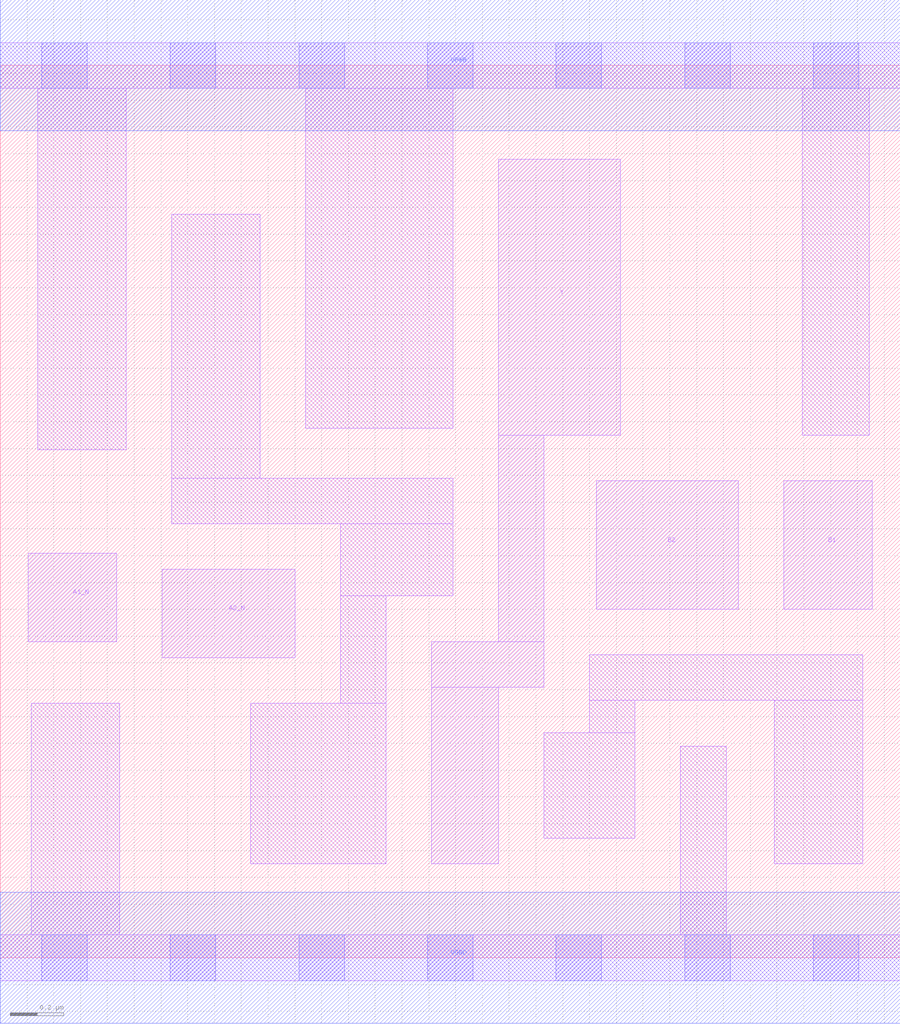
<source format=lef>
# Copyright 2020 The SkyWater PDK Authors
#
# Licensed under the Apache License, Version 2.0 (the "License");
# you may not use this file except in compliance with the License.
# You may obtain a copy of the License at
#
#     https://www.apache.org/licenses/LICENSE-2.0
#
# Unless required by applicable law or agreed to in writing, software
# distributed under the License is distributed on an "AS IS" BASIS,
# WITHOUT WARRANTIES OR CONDITIONS OF ANY KIND, either express or implied.
# See the License for the specific language governing permissions and
# limitations under the License.
#
# SPDX-License-Identifier: Apache-2.0

VERSION 5.7 ;
  NOWIREEXTENSIONATPIN ON ;
  DIVIDERCHAR "/" ;
  BUSBITCHARS "[]" ;
UNITS
  DATABASE MICRONS 200 ;
END UNITS
MACRO sky130_fd_sc_ms__o2bb2ai_1
  CLASS CORE ;
  FOREIGN sky130_fd_sc_ms__o2bb2ai_1 ;
  ORIGIN  0.000000  0.000000 ;
  SIZE  3.360000 BY  3.330000 ;
  SYMMETRY X Y ;
  SITE unit ;
  PIN A1_N
    ANTENNAGATEAREA  0.247200 ;
    DIRECTION INPUT ;
    USE SIGNAL ;
    PORT
      LAYER li1 ;
        RECT 0.105000 1.180000 0.435000 1.510000 ;
    END
  END A1_N
  PIN A2_N
    ANTENNAGATEAREA  0.247200 ;
    DIRECTION INPUT ;
    USE SIGNAL ;
    PORT
      LAYER li1 ;
        RECT 0.605000 1.120000 1.100000 1.450000 ;
    END
  END A2_N
  PIN B1
    ANTENNAGATEAREA  0.312600 ;
    DIRECTION INPUT ;
    USE SIGNAL ;
    PORT
      LAYER li1 ;
        RECT 2.925000 1.300000 3.255000 1.780000 ;
    END
  END B1
  PIN B2
    ANTENNAGATEAREA  0.312600 ;
    DIRECTION INPUT ;
    USE SIGNAL ;
    PORT
      LAYER li1 ;
        RECT 2.225000 1.300000 2.755000 1.780000 ;
    END
  END B2
  PIN Y
    ANTENNADIFFAREA  0.513300 ;
    DIRECTION OUTPUT ;
    USE SIGNAL ;
    PORT
      LAYER li1 ;
        RECT 1.610000 0.350000 1.860000 1.010000 ;
        RECT 1.610000 1.010000 2.030000 1.180000 ;
        RECT 1.860000 1.180000 2.030000 1.950000 ;
        RECT 1.860000 1.950000 2.315000 2.980000 ;
    END
  END Y
  PIN VGND
    DIRECTION INOUT ;
    USE GROUND ;
    PORT
      LAYER met1 ;
        RECT 0.000000 -0.245000 3.360000 0.245000 ;
    END
  END VGND
  PIN VPWR
    DIRECTION INOUT ;
    USE POWER ;
    PORT
      LAYER met1 ;
        RECT 0.000000 3.085000 3.360000 3.575000 ;
    END
  END VPWR
  OBS
    LAYER li1 ;
      RECT 0.000000 -0.085000 3.360000 0.085000 ;
      RECT 0.000000  3.245000 3.360000 3.415000 ;
      RECT 0.115000  0.085000 0.445000 0.950000 ;
      RECT 0.140000  1.895000 0.470000 3.245000 ;
      RECT 0.640000  1.620000 1.690000 1.790000 ;
      RECT 0.640000  1.790000 0.970000 2.775000 ;
      RECT 0.935000  0.350000 1.440000 0.950000 ;
      RECT 1.140000  1.975000 1.690000 3.245000 ;
      RECT 1.270000  0.950000 1.440000 1.350000 ;
      RECT 1.270000  1.350000 1.690000 1.620000 ;
      RECT 2.030000  0.445000 2.370000 0.840000 ;
      RECT 2.200000  0.840000 2.370000 0.960000 ;
      RECT 2.200000  0.960000 3.220000 1.130000 ;
      RECT 2.540000  0.085000 2.710000 0.790000 ;
      RECT 2.890000  0.350000 3.220000 0.960000 ;
      RECT 2.995000  1.950000 3.245000 3.245000 ;
    LAYER mcon ;
      RECT 0.155000 -0.085000 0.325000 0.085000 ;
      RECT 0.155000  3.245000 0.325000 3.415000 ;
      RECT 0.635000 -0.085000 0.805000 0.085000 ;
      RECT 0.635000  3.245000 0.805000 3.415000 ;
      RECT 1.115000 -0.085000 1.285000 0.085000 ;
      RECT 1.115000  3.245000 1.285000 3.415000 ;
      RECT 1.595000 -0.085000 1.765000 0.085000 ;
      RECT 1.595000  3.245000 1.765000 3.415000 ;
      RECT 2.075000 -0.085000 2.245000 0.085000 ;
      RECT 2.075000  3.245000 2.245000 3.415000 ;
      RECT 2.555000 -0.085000 2.725000 0.085000 ;
      RECT 2.555000  3.245000 2.725000 3.415000 ;
      RECT 3.035000 -0.085000 3.205000 0.085000 ;
      RECT 3.035000  3.245000 3.205000 3.415000 ;
  END
END sky130_fd_sc_ms__o2bb2ai_1
END LIBRARY

</source>
